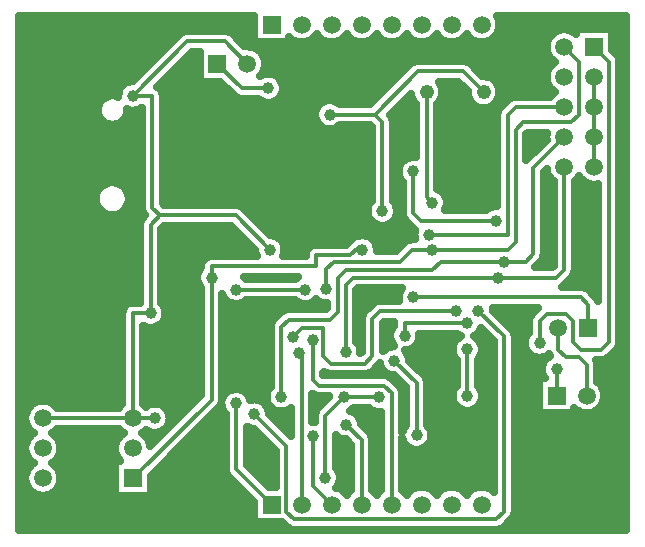
<source format=gbr>
G04 DipTrace 3.2.0.1*
G04 Bottom.gbr*
%MOIN*%
G04 #@! TF.FileFunction,Copper,L2,Bot*
G04 #@! TF.Part,Single*
G04 #@! TA.AperFunction,Conductor*
%ADD14C,0.011811*%
G04 #@! TA.AperFunction,CopperBalancing*
%ADD15C,0.025*%
G04 #@! TA.AperFunction,ComponentPad*
%ADD23R,0.059055X0.059055*%
%ADD24C,0.059055*%
%ADD37C,0.048*%
G04 #@! TA.AperFunction,ViaPad*
%ADD38C,0.03937*%
%FSLAX26Y26*%
G04*
G70*
G90*
G75*
G01*
G04 Bottom*
%LPD*%
X1468701Y1249685D2*
D14*
Y1313638D1*
X1494292Y1339229D1*
X1715709D1*
X1755075Y1378595D1*
X1822788D1*
X2074757D1*
X2100347Y1404185D1*
Y1778276D1*
X2125937Y1803866D1*
X2285866D1*
X2311457Y1829457D1*
Y2005438D1*
X2262244Y2054651D1*
X1812302Y1429717D2*
X2074756D1*
Y1829059D1*
X2100348Y1854651D1*
X2262244D1*
X1318701Y888236D2*
Y1120488D1*
X1344292Y1146079D1*
X1482481D1*
X1508071Y1171669D1*
Y1286075D1*
X1533662Y1311666D1*
X1822784D1*
X1850343Y1339225D1*
X2060977D1*
X2133694D1*
X2159285Y1364816D1*
Y1651692D1*
X2262244Y1754651D1*
X1533662Y1038929D2*
Y1260485D1*
X1559252Y1286075D1*
X2041295D1*
X2236650D1*
X2262244Y1311669D1*
Y1654651D1*
X1206126Y1998407D2*
X1131320Y2073213D1*
X1006453D1*
X824906Y1891666D1*
X2337257Y892273D2*
Y994873D1*
X2311666Y1020465D1*
X2269087D1*
X2243496Y1046056D1*
Y1117249D1*
X824906Y1891666D2*
X889866D1*
Y1519516D1*
X915457Y1493925D1*
X883961Y1462429D1*
Y1167434D1*
X1466099Y618394D2*
Y824926D1*
X1527756Y886583D1*
X2362244Y1954651D2*
Y1854651D1*
X824906Y817302D2*
X524906D1*
X883961Y1167434D2*
X824906D1*
Y817302D1*
X915457Y1493925D2*
X1166905D1*
X1281108Y1379722D1*
X824906Y817302D2*
X898024Y817303D1*
X1527756Y886583D2*
X1644807D1*
X2362244Y1754651D2*
Y1654651D1*
Y1854651D2*
Y1754651D1*
Y2054651D2*
X2411457Y2005438D1*
Y1071883D1*
X2385866Y1046292D1*
X2318299D1*
X2292709Y1071882D1*
Y1140874D1*
X2267118Y1166465D1*
X2206095D1*
X2180504Y1140874D1*
Y1068040D1*
X1481087Y1829457D2*
X1631059D1*
X1775547Y1973945D1*
X1924255D1*
X1993533Y1904667D1*
X1631059Y1829457D2*
X1656650Y1803866D1*
Y1507921D1*
X1803533Y1904667D2*
Y1555330D1*
X1822788Y1536075D1*
X824906Y617302D2*
X1087209Y879605D1*
Y1285878D1*
Y1323478D1*
X1436118D1*
Y1360974D1*
X1549829D1*
X1574827Y1385971D1*
X1589032D1*
Y1378599D1*
X2237257Y892273D2*
X2237256Y981095D1*
X1939252Y1134134D2*
X1731060D1*
Y1092252D1*
X1939252Y891492D2*
Y1046591D1*
X1770370Y761040D2*
Y934520D1*
X1695988Y1008902D1*
X1759366Y1220394D2*
X2317902D1*
X2343496Y1194800D1*
Y1117249D1*
X2035386Y1475445D2*
X1785083D1*
X1759492Y1501036D1*
Y1639898D1*
X1276142Y1917256D2*
X1187277D1*
X1106126Y1998407D1*
X1168701Y1246508D2*
X1400197D1*
X1901670Y1173504D2*
X1648878D1*
X1623285Y1147911D1*
Y1025150D1*
X1597694Y999559D1*
X1483662D1*
X1458071Y1025150D1*
Y1119079D1*
X1390091D1*
X1358071Y1087059D1*
X1379331Y1033910D2*
X1387357Y1025884D1*
Y529811D1*
X1976835Y1175370D2*
X2062162Y1090043D1*
Y506190D1*
X2036571Y480599D1*
X1362161D1*
X1336571Y506189D1*
Y723788D1*
X1229331Y831028D1*
X1168701Y866524D2*
Y648467D1*
X1287357Y529811D1*
X1426729Y756662D2*
Y590439D1*
X1487357Y529811D1*
X1535457Y796032D2*
X1587357Y744132D1*
Y529811D1*
X1424843Y1079753D2*
Y945402D1*
X1444292Y925953D1*
X1661764D1*
X1687357Y900360D1*
Y529811D1*
D38*
X1468701Y1249685D3*
X1822788Y1378595D3*
X1812302Y1429717D3*
X1318701Y888236D3*
X2060977Y1339225D3*
X1533662Y1038929D3*
X2041295Y1286075D3*
X898024Y817303D3*
X1644807Y886583D3*
X883961Y1167434D3*
X1466099Y618394D3*
X1527756Y886583D3*
X1281108Y1379722D3*
X824906Y1891666D3*
X2180504Y1068040D3*
X1481087Y1829457D3*
X1656650Y1507921D3*
X1822788Y1536075D3*
X1087209Y1285878D3*
X1589032Y1378599D3*
X2237256Y981095D3*
X1731060Y1092252D3*
X1939252Y1134134D3*
Y1046591D3*
Y891492D3*
X1695988Y1008902D3*
X1770370Y761040D3*
X1759366Y1220394D3*
X1759492Y1639898D3*
X2035386Y1475445D3*
X1276142Y1917256D3*
X1400197Y1246508D3*
X1168701D3*
X1358071Y1087059D3*
X1901670Y1173504D3*
X1379331Y1033910D3*
X1229331Y831028D3*
X1976835Y1175370D3*
X1168701Y866524D3*
X1426729Y756662D3*
X1535457Y796032D3*
X1424843Y1079753D3*
X448089Y2132867D2*
D15*
X1226082D1*
X2048559D2*
X2465306D1*
X448089Y2107999D2*
X998899D1*
X1138895D2*
X1226082D1*
X2044504D2*
X2235073D1*
X2289414D2*
X2300957D1*
X2423513D2*
X2465306D1*
X448089Y2083130D2*
X964163D1*
X1173631D2*
X1226082D1*
X1425789D2*
X1448923D1*
X1525799D2*
X1548932D1*
X1625772D2*
X1648941D1*
X1725781D2*
X1748914D1*
X1825790D2*
X1848924D1*
X1925800D2*
X1948933D1*
X2025773D2*
X2208340D1*
X2423513D2*
X2465306D1*
X448089Y2058261D2*
X939295D1*
X1198499D2*
X2201091D1*
X2423513D2*
X2465306D1*
X448089Y2033392D2*
X914428D1*
X1018863D2*
X1044867D1*
X1255842D2*
X2204931D1*
X2435714D2*
X2465306D1*
X448089Y2008524D2*
X889560D1*
X993995D2*
X1044867D1*
X1266535D2*
X1766713D1*
X1933084D2*
X2223303D1*
X2448991D2*
X2465306D1*
X448089Y1983655D2*
X864692D1*
X969127D2*
X1044867D1*
X1265531D2*
X1733054D1*
X1966743D2*
X2208627D1*
X2449099D2*
X2465306D1*
X448089Y1958786D2*
X839824D1*
X944224D2*
X1044867D1*
X1304537D2*
X1708186D1*
X1991611D2*
X2201127D1*
X2449099D2*
X2465306D1*
X448089Y1933917D2*
X797732D1*
X919356D2*
X1118393D1*
X1324668D2*
X1683318D1*
X1850515D2*
X1912080D1*
X2040521D2*
X2204751D1*
X2449099D2*
X2465306D1*
X448089Y1909049D2*
X776668D1*
X922908D2*
X1143261D1*
X1326893D2*
X1658450D1*
X1859091D2*
X1936947D1*
X2049098D2*
X2222657D1*
X2449099D2*
X2465306D1*
X448089Y1884180D2*
X725139D1*
X927502D2*
X1172866D1*
X1314692D2*
X1633583D1*
X1737982D2*
X1751893D1*
X1855180D2*
X1941900D1*
X2045186D2*
X2078762D1*
X2449099D2*
X2465306D1*
X448089Y1859311D2*
X707053D1*
X927502D2*
X1439808D1*
X1713114D2*
X1765888D1*
X1841185D2*
X1963143D1*
X2023943D2*
X2052782D1*
X2449099D2*
X2465306D1*
X448089Y1834442D2*
X705761D1*
X806572D2*
X852204D1*
X927502D2*
X1429904D1*
X1688246D2*
X1765888D1*
X1841185D2*
X2037531D1*
X2449099D2*
X2465306D1*
X448089Y1809573D2*
X719289D1*
X793008D2*
X852204D1*
X927502D2*
X1433887D1*
X1693844D2*
X1765888D1*
X1841185D2*
X2037100D1*
X2449099D2*
X2465306D1*
X448089Y1784705D2*
X852204D1*
X927502D2*
X1458791D1*
X1503371D2*
X1619014D1*
X1694311D2*
X1765888D1*
X1841185D2*
X2037100D1*
X2449099D2*
X2465306D1*
X448089Y1759836D2*
X852204D1*
X927502D2*
X1619014D1*
X1694311D2*
X1765888D1*
X1841185D2*
X2037100D1*
X2137983D2*
X2201199D1*
X2449099D2*
X2465306D1*
X448089Y1734967D2*
X852204D1*
X927502D2*
X1619014D1*
X1694311D2*
X1765888D1*
X1841185D2*
X2037100D1*
X2137983D2*
X2190362D1*
X2449099D2*
X2465306D1*
X448089Y1710098D2*
X852204D1*
X927502D2*
X1619014D1*
X1694311D2*
X1765888D1*
X1841185D2*
X2037100D1*
X2137983D2*
X2165494D1*
X2449099D2*
X2465306D1*
X448089Y1685230D2*
X852204D1*
X927502D2*
X1619014D1*
X1694311D2*
X1738580D1*
X1841185D2*
X2037100D1*
X2449099D2*
X2465306D1*
X448089Y1660361D2*
X852204D1*
X927502D2*
X1619014D1*
X1694311D2*
X1712528D1*
X1841185D2*
X2037100D1*
X2449099D2*
X2465306D1*
X448089Y1635492D2*
X852204D1*
X927502D2*
X1619014D1*
X1694311D2*
X1708258D1*
X1841185D2*
X2037100D1*
X2449099D2*
X2465306D1*
X448089Y1610623D2*
X852204D1*
X927502D2*
X1619014D1*
X1694311D2*
X1717767D1*
X1841185D2*
X2037100D1*
X2196941D2*
X2220791D1*
X2303696D2*
X2320801D1*
X2449099D2*
X2465306D1*
X448089Y1585755D2*
X712830D1*
X799467D2*
X852204D1*
X927502D2*
X1619014D1*
X1694311D2*
X1721822D1*
X1841185D2*
X2037100D1*
X2196941D2*
X2224595D1*
X2299892D2*
X2373802D1*
X2449099D2*
X2465306D1*
X448089Y1560886D2*
X700091D1*
X812206D2*
X852204D1*
X927502D2*
X1619014D1*
X1694311D2*
X1721822D1*
X1867452D2*
X2037100D1*
X2196941D2*
X2224595D1*
X2299892D2*
X2373802D1*
X2449099D2*
X2465306D1*
X448089Y1536017D2*
X700414D1*
X811883D2*
X852204D1*
X927502D2*
X1614097D1*
X1699227D2*
X1721822D1*
X1874234D2*
X2037100D1*
X2196941D2*
X2224595D1*
X2299892D2*
X2373802D1*
X2449099D2*
X2465306D1*
X448089Y1511148D2*
X714122D1*
X798211D2*
X853209D1*
X1201908D2*
X1605306D1*
X1707983D2*
X1721822D1*
X1867380D2*
X1999422D1*
X2196941D2*
X2224595D1*
X2299892D2*
X2373802D1*
X2449099D2*
X2465306D1*
X448089Y1486280D2*
X855649D1*
X1226776D2*
X1610258D1*
X1703031D2*
X1725087D1*
X2196941D2*
X2224595D1*
X2299892D2*
X2373802D1*
X2449099D2*
X2465306D1*
X448089Y1461411D2*
X846319D1*
X1251643D2*
X1638929D1*
X1674359D2*
X1746905D1*
X2196941D2*
X2224595D1*
X2299892D2*
X2373802D1*
X2449099D2*
X2465306D1*
X448089Y1436542D2*
X846319D1*
X921617D2*
X1172076D1*
X1276511D2*
X1761330D1*
X2196941D2*
X2224595D1*
X2299892D2*
X2373802D1*
X2449099D2*
X2465306D1*
X448089Y1411673D2*
X846319D1*
X921617D2*
X1196944D1*
X1320685D2*
X1548358D1*
X1627602D2*
X1740661D1*
X2196941D2*
X2224595D1*
X2299892D2*
X2373802D1*
X2449099D2*
X2465306D1*
X448089Y1386804D2*
X846319D1*
X921617D2*
X1221812D1*
X1332024D2*
X1409773D1*
X1639767D2*
X1711057D1*
X2196941D2*
X2224595D1*
X2299892D2*
X2373802D1*
X2449099D2*
X2465306D1*
X448089Y1361936D2*
X846319D1*
X921617D2*
X1233007D1*
X1329189D2*
X1398469D1*
X2196833D2*
X2224595D1*
X2299892D2*
X2373802D1*
X2449099D2*
X2465306D1*
X448089Y1337067D2*
X846319D1*
X921617D2*
X1052295D1*
X2183735D2*
X2224595D1*
X2299892D2*
X2373802D1*
X2449099D2*
X2465306D1*
X448089Y1312198D2*
X846319D1*
X921617D2*
X1043467D1*
X2299892D2*
X2373802D1*
X2449099D2*
X2465306D1*
X448089Y1287329D2*
X846319D1*
X921617D2*
X1035788D1*
X1198176D2*
X1370731D1*
X2290096D2*
X2373802D1*
X2449099D2*
X2465306D1*
X448089Y1262461D2*
X846319D1*
X921617D2*
X1041745D1*
X2265264D2*
X2373802D1*
X2449099D2*
X2465306D1*
X448089Y1237592D2*
X846319D1*
X921617D2*
X1049567D1*
X1571300D2*
X1711057D1*
X2352929D2*
X2373802D1*
X2449099D2*
X2465306D1*
X448089Y1212723D2*
X846319D1*
X921617D2*
X1049567D1*
X1571300D2*
X1708545D1*
X2449099D2*
X2465306D1*
X448089Y1187854D2*
X793785D1*
X930946D2*
X1049567D1*
X1124865D2*
X1470417D1*
X1571300D2*
X1611011D1*
X2449099D2*
X2465306D1*
X448089Y1162986D2*
X787254D1*
X935181D2*
X1049567D1*
X1124865D2*
X1308974D1*
X1571300D2*
X1589014D1*
X2041418D2*
X2150674D1*
X2449099D2*
X2465306D1*
X448089Y1138117D2*
X787254D1*
X925636D2*
X1049567D1*
X1124865D2*
X1285793D1*
X1571300D2*
X1585641D1*
X1665711D2*
X1693617D1*
X2066286D2*
X2142851D1*
X2449099D2*
X2465306D1*
X448089Y1113248D2*
X787254D1*
X862551D2*
X1049567D1*
X1124865D2*
X1281056D1*
X1571300D2*
X1585641D1*
X1660938D2*
X1684359D1*
X2091082D2*
X2142851D1*
X2449099D2*
X2465306D1*
X448089Y1088379D2*
X787254D1*
X862551D2*
X1049567D1*
X1124865D2*
X1281056D1*
X1571300D2*
X1585641D1*
X1660938D2*
X1679766D1*
X1782335D2*
X1911290D1*
X1967210D2*
X2011622D1*
X2099802D2*
X2133485D1*
X2449099D2*
X2465306D1*
X448089Y1063510D2*
X787254D1*
X862551D2*
X1049567D1*
X1124865D2*
X1281056D1*
X1660938D2*
X1688952D1*
X1773148D2*
X1890836D1*
X1987664D2*
X2024505D1*
X2099802D2*
X2129287D1*
X2448094D2*
X2465306D1*
X448089Y1038642D2*
X787254D1*
X862551D2*
X1049567D1*
X1124865D2*
X1281056D1*
X1737336D2*
X1888468D1*
X1990032D2*
X2024505D1*
X2099802D2*
X2138904D1*
X2430439D2*
X2465306D1*
X448089Y1013773D2*
X787254D1*
X862551D2*
X1049567D1*
X1124865D2*
X1281056D1*
X1747168D2*
X1900453D1*
X1978047D2*
X2024505D1*
X2099802D2*
X2198328D1*
X2401732D2*
X2465306D1*
X448089Y988904D2*
X787254D1*
X862551D2*
X1049567D1*
X1124865D2*
X1281056D1*
X1639264D2*
X1648833D1*
X1768196D2*
X1901602D1*
X1976899D2*
X2024505D1*
X2099802D2*
X2186450D1*
X2374926D2*
X2465306D1*
X448089Y964035D2*
X787254D1*
X862551D2*
X1049567D1*
X1124865D2*
X1281056D1*
X1462499D2*
X1673952D1*
X1793064D2*
X1901602D1*
X1976899D2*
X2024505D1*
X2099802D2*
X2188890D1*
X2374926D2*
X2465306D1*
X448089Y939167D2*
X787254D1*
X862551D2*
X1049567D1*
X1124865D2*
X1281056D1*
X1700770D2*
X1713497D1*
X1807705D2*
X1901602D1*
X1976899D2*
X2024505D1*
X2099802D2*
X2175972D1*
X2375177D2*
X2465306D1*
X448089Y914298D2*
X787254D1*
X862551D2*
X1049567D1*
X1124865D2*
X1155605D1*
X1181777D2*
X1274777D1*
X1722121D2*
X1732731D1*
X1808028D2*
X1893456D1*
X1985044D2*
X2024505D1*
X2099802D2*
X2175972D1*
X2394268D2*
X2465306D1*
X448089Y889429D2*
X787254D1*
X862551D2*
X1044831D1*
X1214431D2*
X1267277D1*
X1425000D2*
X1476410D1*
X1725028D2*
X1732729D1*
X1808028D2*
X1887858D1*
X1990642D2*
X2024505D1*
X2099802D2*
X2175972D1*
X2398466D2*
X2465306D1*
X448089Y864560D2*
X487478D1*
X562344D2*
X787254D1*
X862551D2*
X882814D1*
X913220D2*
X1019963D1*
X1425000D2*
X1453516D1*
X1725028D2*
X1732729D1*
X1808028D2*
X1895896D1*
X1982604D2*
X2024505D1*
X2099802D2*
X2175972D1*
X2391576D2*
X2465306D1*
X448089Y839692D2*
X468064D1*
X944044D2*
X995095D1*
X1099494D2*
X1125283D1*
X1279992D2*
X1310051D1*
X1327369D2*
X1349703D1*
X1560068D2*
X1628308D1*
X1725028D2*
X1732729D1*
X1808028D2*
X2024505D1*
X2099802D2*
X2175972D1*
X2298529D2*
X2308492D1*
X2366027D2*
X2465306D1*
X448089Y814823D2*
X463686D1*
X949391D2*
X970228D1*
X1074627D2*
X1131060D1*
X1297755D2*
X1349703D1*
X1583142D2*
X1649695D1*
X1725028D2*
X1732729D1*
X1808028D2*
X2024505D1*
X2099802D2*
X2465306D1*
X448089Y789954D2*
X470397D1*
X1049759D2*
X1131060D1*
X1322622D2*
X1349703D1*
X1593763D2*
X1649695D1*
X1812334D2*
X2024505D1*
X2099802D2*
X2465306D1*
X448089Y765085D2*
X488195D1*
X561626D2*
X788187D1*
X861618D2*
X920492D1*
X1024891D2*
X1131060D1*
X1206358D2*
X1243055D1*
X1618093D2*
X1649695D1*
X1821628D2*
X2024505D1*
X2099802D2*
X2465306D1*
X448089Y740217D2*
X468280D1*
X581542D2*
X768271D1*
X881534D2*
X895588D1*
X1000023D2*
X1131060D1*
X1206358D2*
X1267923D1*
X1503766D2*
X1539064D1*
X1625018D2*
X1649695D1*
X1817142D2*
X2024505D1*
X2099802D2*
X2465306D1*
X448089Y715348D2*
X463650D1*
X586135D2*
X763678D1*
X975156D2*
X1131060D1*
X1206358D2*
X1292790D1*
X1503766D2*
X1549721D1*
X1625018D2*
X1649695D1*
X1725028D2*
X1750350D1*
X1790373D2*
X2024505D1*
X2099802D2*
X2465306D1*
X448089Y690479D2*
X470110D1*
X579712D2*
X770101D1*
X950288D2*
X1131060D1*
X1206358D2*
X1298927D1*
X1503766D2*
X1549721D1*
X1625018D2*
X1649695D1*
X1725028D2*
X2024505D1*
X2099802D2*
X2465306D1*
X448089Y665610D2*
X488913D1*
X560873D2*
X763642D1*
X925420D2*
X1131060D1*
X1206358D2*
X1298927D1*
X1503766D2*
X1549721D1*
X1625018D2*
X1649695D1*
X1725028D2*
X2024505D1*
X2099802D2*
X2465306D1*
X448089Y640741D2*
X468495D1*
X581291D2*
X763642D1*
X900553D2*
X1131922D1*
X1228642D2*
X1298927D1*
X1512127D2*
X1549721D1*
X1625018D2*
X1649695D1*
X1725028D2*
X2024505D1*
X2099802D2*
X2465306D1*
X448089Y615873D2*
X463650D1*
X586171D2*
X763642D1*
X886199D2*
X1149074D1*
X1253509D2*
X1298927D1*
X1517473D2*
X1549721D1*
X1625018D2*
X1649695D1*
X1725028D2*
X2024505D1*
X2099802D2*
X2465306D1*
X448089Y591004D2*
X469858D1*
X579963D2*
X763642D1*
X886199D2*
X1173942D1*
X1278377D2*
X1298927D1*
X1509148D2*
X1549721D1*
X1625018D2*
X1649695D1*
X1725028D2*
X2024505D1*
X2099802D2*
X2465306D1*
X448089Y566135D2*
X493470D1*
X556316D2*
X763642D1*
X886199D2*
X1198810D1*
X2099802D2*
X2465306D1*
X448089Y541266D2*
X1223678D1*
X2099802D2*
X2465306D1*
X448089Y516398D2*
X1226082D1*
X2099802D2*
X2465306D1*
X448089Y491529D2*
X1226082D1*
X2096608D2*
X2465306D1*
X448089Y466660D2*
X1323902D1*
X2074863D2*
X2465306D1*
X804934Y1840581D2*
X803733Y1832997D1*
X801360Y1825694D1*
X797875Y1818852D1*
X793361Y1812640D1*
X787932Y1807211D1*
X781720Y1802698D1*
X774878Y1799212D1*
X767575Y1796839D1*
X759991Y1795638D1*
X752313D1*
X744729Y1796839D1*
X737426Y1799212D1*
X730585Y1802698D1*
X724373Y1807211D1*
X718943Y1812640D1*
X714430Y1818852D1*
X710944Y1825694D1*
X708571Y1832997D1*
X707370Y1840581D1*
Y1848259D1*
X708571Y1855843D1*
X710944Y1863146D1*
X714430Y1869987D1*
X718943Y1876199D1*
X724373Y1881629D1*
X730585Y1886142D1*
X737426Y1889628D1*
X744729Y1892001D1*
X752313Y1893202D1*
X759991D1*
X767575Y1892001D1*
X774878Y1889628D1*
X776037Y1889094D1*
X776124Y1895505D1*
X777325Y1903089D1*
X779698Y1910392D1*
X783183Y1917233D1*
X787697Y1923445D1*
X793126Y1928875D1*
X799338Y1933388D1*
X806180Y1936874D1*
X813483Y1939247D1*
X821067Y1940448D1*
X824081Y1940566D1*
X983622Y2099944D1*
X988085Y2103186D1*
X993000Y2105690D1*
X998246Y2107395D1*
X1003695Y2108258D1*
X1061571Y2108366D1*
X1134078Y2108258D1*
X1139526Y2107395D1*
X1144773Y2105690D1*
X1149688Y2103186D1*
X1154150Y2099944D1*
X1195152Y2059096D1*
X1197664Y2056584D1*
X1206126Y2057182D1*
X1215321Y2056459D1*
X1224289Y2054306D1*
X1232810Y2050776D1*
X1240673Y2045957D1*
X1247687Y2039967D1*
X1253676Y2032954D1*
X1258495Y2025090D1*
X1262025Y2016569D1*
X1264178Y2007601D1*
X1264902Y1998407D1*
X1264178Y1989212D1*
X1262025Y1980244D1*
X1258495Y1971723D1*
X1253676Y1963859D1*
X1248262Y1957468D1*
X1253927Y1960856D1*
X1261021Y1963794D1*
X1268487Y1965586D1*
X1276142Y1966189D1*
X1283797Y1965586D1*
X1291263Y1963794D1*
X1298357Y1960856D1*
X1304904Y1956844D1*
X1310743Y1951857D1*
X1315729Y1946018D1*
X1319741Y1939471D1*
X1322680Y1932377D1*
X1324472Y1924911D1*
X1325075Y1917256D1*
X1324472Y1909601D1*
X1322680Y1902135D1*
X1319741Y1895041D1*
X1315729Y1888494D1*
X1310743Y1882655D1*
X1304904Y1877668D1*
X1298357Y1873656D1*
X1291263Y1870718D1*
X1283797Y1868925D1*
X1276142Y1868323D1*
X1268487Y1868925D1*
X1261021Y1870718D1*
X1253927Y1873656D1*
X1247380Y1877668D1*
X1242147Y1882095D1*
X1184519Y1882211D1*
X1179071Y1883074D1*
X1173824Y1884778D1*
X1168909Y1887282D1*
X1164447Y1890525D1*
X1123445Y1931373D1*
X1115199Y1939619D1*
X1047350Y1939631D1*
Y2038061D1*
X1021048Y2038059D1*
X905887Y1922932D1*
X910529Y1920106D1*
X914723Y1916523D1*
X918306Y1912329D1*
X921188Y1907625D1*
X923299Y1902529D1*
X924587Y1897165D1*
X925019Y1891666D1*
Y1534080D1*
X930024Y1529073D1*
X1169663Y1528970D1*
X1175111Y1528107D1*
X1180357Y1526402D1*
X1185272Y1523898D1*
X1189735Y1520656D1*
X1230736Y1479808D1*
X1281916Y1428628D1*
X1288762Y1428052D1*
X1296229Y1426260D1*
X1303323Y1423321D1*
X1309870Y1419309D1*
X1315709Y1414323D1*
X1320695Y1408484D1*
X1324707Y1401937D1*
X1327646Y1394843D1*
X1329438Y1387377D1*
X1330041Y1379722D1*
X1329438Y1372067D1*
X1327646Y1364601D1*
X1325229Y1358638D1*
X1400944Y1358631D1*
X1401397Y1366473D1*
X1402684Y1371837D1*
X1404795Y1376933D1*
X1407678Y1381637D1*
X1411260Y1385831D1*
X1415455Y1389414D1*
X1420158Y1392296D1*
X1425254Y1394407D1*
X1430618Y1395695D1*
X1436118Y1396127D1*
X1535266D1*
X1551996Y1412702D1*
X1556459Y1415945D1*
X1563464Y1420321D1*
X1570306Y1423807D1*
X1577609Y1426180D1*
X1585193Y1427381D1*
X1592871D1*
X1600455Y1426180D1*
X1607758Y1423807D1*
X1614599Y1420321D1*
X1620811Y1415808D1*
X1626241Y1410378D1*
X1630754Y1404166D1*
X1634240Y1397325D1*
X1636613Y1390022D1*
X1637814Y1382438D1*
X1637770Y1374387D1*
X1701164Y1374382D1*
X1732244Y1405326D1*
X1736707Y1408568D1*
X1741622Y1411073D1*
X1746868Y1412777D1*
X1752317Y1413640D1*
X1766019Y1413748D1*
X1763971Y1422062D1*
X1763369Y1429717D1*
X1763971Y1437371D1*
X1765764Y1444838D1*
X1766133Y1445837D1*
X1762252Y1448714D1*
X1734634Y1476179D1*
X1731052Y1480373D1*
X1728170Y1485076D1*
X1726059Y1490173D1*
X1724771Y1495537D1*
X1724338Y1501036D1*
Y1605854D1*
X1719904Y1611136D1*
X1715892Y1617683D1*
X1712954Y1624777D1*
X1711161Y1632243D1*
X1710559Y1639898D1*
X1711161Y1647553D1*
X1712954Y1655019D1*
X1715892Y1662113D1*
X1719904Y1668660D1*
X1724891Y1674499D1*
X1730730Y1679486D1*
X1737277Y1683498D1*
X1744371Y1686436D1*
X1751837Y1688228D1*
X1759492Y1688831D1*
X1767147Y1688228D1*
X1768368Y1687985D1*
X1768379Y1864687D1*
X1763043Y1870085D1*
X1758131Y1876845D1*
X1754338Y1884290D1*
X1751756Y1892236D1*
X1750593Y1899272D1*
X1680766Y1829449D1*
X1685090Y1824529D1*
X1687972Y1819825D1*
X1690083Y1814729D1*
X1691371Y1809365D1*
X1691803Y1803855D1*
Y1541947D1*
X1696237Y1536683D1*
X1700249Y1530136D1*
X1703188Y1523042D1*
X1704980Y1515576D1*
X1705583Y1507921D1*
X1704980Y1500266D1*
X1703188Y1492800D1*
X1700249Y1485706D1*
X1696237Y1479159D1*
X1691251Y1473320D1*
X1685412Y1468333D1*
X1678865Y1464321D1*
X1671771Y1461383D1*
X1664305Y1459590D1*
X1656650Y1458988D1*
X1648995Y1459590D1*
X1641529Y1461383D1*
X1634435Y1464321D1*
X1627888Y1468333D1*
X1622049Y1473320D1*
X1617062Y1479159D1*
X1613050Y1485706D1*
X1610112Y1492800D1*
X1608319Y1500266D1*
X1607717Y1507921D1*
X1608319Y1515576D1*
X1610112Y1523042D1*
X1613050Y1530136D1*
X1617062Y1536683D1*
X1621489Y1541916D1*
X1621496Y1789289D1*
X1616492Y1794309D1*
X1515117Y1794303D1*
X1509849Y1789869D1*
X1503302Y1785857D1*
X1496208Y1782919D1*
X1488742Y1781126D1*
X1481087Y1780524D1*
X1473432Y1781126D1*
X1465966Y1782919D1*
X1458872Y1785857D1*
X1452325Y1789869D1*
X1446486Y1794856D1*
X1441499Y1800695D1*
X1437487Y1807242D1*
X1434549Y1814336D1*
X1432756Y1821802D1*
X1432154Y1829457D1*
X1432756Y1837112D1*
X1434549Y1844578D1*
X1437487Y1851672D1*
X1441499Y1858219D1*
X1446486Y1864058D1*
X1452325Y1869045D1*
X1458872Y1873057D1*
X1465966Y1875995D1*
X1473432Y1877787D1*
X1481087Y1878390D1*
X1488742Y1877787D1*
X1496208Y1875995D1*
X1503302Y1873057D1*
X1509849Y1869045D1*
X1515082Y1864618D1*
X1616478Y1864610D1*
X1752716Y2000676D1*
X1757179Y2003918D1*
X1762094Y2006423D1*
X1767340Y2008127D1*
X1772789Y2008990D1*
X1830665Y2009099D1*
X1927013Y2008990D1*
X1932461Y2008127D1*
X1937707Y2006423D1*
X1942622Y2003918D1*
X1947085Y2000676D1*
X1988086Y1959828D1*
X1990091Y1957823D1*
X1997711Y1957751D1*
X2005963Y1956443D1*
X2013910Y1953861D1*
X2021355Y1950068D1*
X2028115Y1945157D1*
X2034023Y1939248D1*
X2038934Y1932489D1*
X2042728Y1925044D1*
X2045310Y1917097D1*
X2046617Y1908844D1*
Y1900489D1*
X2045310Y1892236D1*
X2042728Y1884290D1*
X2038934Y1876845D1*
X2034023Y1870085D1*
X2028115Y1864177D1*
X2021355Y1859265D1*
X2013910Y1855472D1*
X2005963Y1852890D1*
X1997711Y1851583D1*
X1989355D1*
X1981102Y1852890D1*
X1973156Y1855472D1*
X1965711Y1859265D1*
X1958951Y1864177D1*
X1953043Y1870085D1*
X1948131Y1876845D1*
X1944338Y1884290D1*
X1941756Y1892236D1*
X1940449Y1900489D1*
X1940419Y1908077D1*
X1909681Y1938804D1*
X1844412Y1938791D1*
X1848934Y1932489D1*
X1852728Y1925044D1*
X1855310Y1917097D1*
X1856617Y1908844D1*
Y1900489D1*
X1855310Y1892236D1*
X1852728Y1884290D1*
X1848934Y1876845D1*
X1844023Y1870085D1*
X1838678Y1864698D1*
X1838686Y1582319D1*
X1845003Y1579675D1*
X1851550Y1575663D1*
X1857389Y1570676D1*
X1862375Y1564837D1*
X1866387Y1558290D1*
X1869326Y1551196D1*
X1871118Y1543730D1*
X1871721Y1536075D1*
X1871118Y1528420D1*
X1869326Y1520954D1*
X1866387Y1513860D1*
X1864561Y1510599D1*
X2001357Y1510598D1*
X2006624Y1515033D1*
X2013171Y1519045D1*
X2020265Y1521983D1*
X2027731Y1523775D1*
X2035386Y1524378D1*
X2039598Y1524183D1*
X2039711Y1831817D1*
X2040574Y1837265D1*
X2042278Y1842512D1*
X2044782Y1847427D1*
X2048025Y1851889D1*
X2075491Y1879508D1*
X2079685Y1883091D1*
X2084388Y1885973D1*
X2089485Y1888084D1*
X2094849Y1889372D1*
X2100348Y1889804D1*
X2215141D1*
X2220683Y1896212D1*
X2227697Y1902201D1*
X2231369Y1904655D1*
X2224072Y1909958D1*
X2217551Y1916479D1*
X2212130Y1923941D1*
X2207943Y1932158D1*
X2205092Y1940930D1*
X2203650Y1950039D1*
Y1959262D1*
X2205092Y1968372D1*
X2207943Y1977143D1*
X2212130Y1985361D1*
X2217551Y1992823D1*
X2224072Y1999344D1*
X2231369Y2004655D1*
X2224072Y2009958D1*
X2217551Y2016479D1*
X2212130Y2023941D1*
X2207943Y2032158D1*
X2205092Y2040930D1*
X2203650Y2050039D1*
Y2059262D1*
X2205092Y2068372D1*
X2207943Y2077143D1*
X2212130Y2085361D1*
X2217551Y2092823D1*
X2224072Y2099344D1*
X2231534Y2104765D1*
X2239752Y2108952D1*
X2248523Y2111803D1*
X2257633Y2113245D1*
X2266856D1*
X2275965Y2111803D1*
X2284737Y2108952D1*
X2292954Y2104765D1*
X2300416Y2099344D1*
X2303474Y2096517D1*
X2303469Y2113426D1*
X2421020D1*
Y2045569D1*
X2438188Y2028269D1*
X2441430Y2023806D1*
X2443934Y2018891D1*
X2445639Y2013645D1*
X2446502Y2008196D1*
X2446610Y1950320D1*
X2446502Y1069125D1*
X2445639Y1063676D1*
X2443934Y1058430D1*
X2441430Y1053515D1*
X2438188Y1049052D1*
X2410723Y1021434D1*
X2406529Y1017852D1*
X2401825Y1014970D1*
X2396729Y1012859D1*
X2391365Y1011571D1*
X2385866Y1011138D1*
X2368390D1*
X2370690Y1005736D1*
X2371978Y1000373D1*
X2372410Y994863D1*
X2372411Y939361D1*
X2378818Y933834D1*
X2384808Y926820D1*
X2389627Y918957D1*
X2393156Y910436D1*
X2395309Y901467D1*
X2396033Y892273D1*
X2395309Y883078D1*
X2393156Y874110D1*
X2389627Y865589D1*
X2384808Y857726D1*
X2378818Y850712D1*
X2371805Y844723D1*
X2363941Y839904D1*
X2355420Y836374D1*
X2346452Y834221D1*
X2337257Y833497D1*
X2328063Y834221D1*
X2319095Y836374D1*
X2310574Y839904D1*
X2302710Y844723D1*
X2296028Y850406D1*
X2296033Y833497D1*
X2178482D1*
Y951049D1*
X2198613D1*
X2195533Y955527D1*
X2192048Y962369D1*
X2189675Y969672D1*
X2188474Y977256D1*
Y984934D1*
X2189675Y992518D1*
X2192048Y999821D1*
X2195533Y1006662D1*
X2200047Y1012874D1*
X2205476Y1018304D1*
X2211688Y1022817D1*
X2215436Y1024877D1*
X2212169Y1030106D1*
X2206071Y1026318D1*
X2199230Y1022832D1*
X2191927Y1020459D1*
X2184343Y1019258D1*
X2176665D1*
X2169081Y1020459D1*
X2161778Y1022832D1*
X2154936Y1026318D1*
X2148724Y1030831D1*
X2143295Y1036260D1*
X2138781Y1042472D1*
X2135296Y1049314D1*
X2132923Y1056617D1*
X2131722Y1064201D1*
Y1071879D1*
X2132923Y1079463D1*
X2135296Y1086766D1*
X2138781Y1093607D1*
X2143295Y1099819D1*
X2145343Y1102035D1*
X2145459Y1143632D1*
X2146321Y1149080D1*
X2148026Y1154327D1*
X2150530Y1159242D1*
X2153773Y1163704D1*
X2175157Y1185242D1*
X2024764Y1185240D1*
X2025617Y1179209D1*
X2025735Y1176195D1*
X2088893Y1112873D1*
X2092135Y1108411D1*
X2094640Y1103496D1*
X2096344Y1098249D1*
X2097207Y1092801D1*
X2097315Y1034925D1*
X2097207Y503432D1*
X2096344Y497983D1*
X2094640Y492737D1*
X2092135Y487822D1*
X2088893Y483359D1*
X2061428Y455741D1*
X2057234Y452159D1*
X2052530Y449277D1*
X2047434Y447166D1*
X2042070Y445878D1*
X2036571Y445445D1*
X1359403Y445554D1*
X1353954Y446416D1*
X1348708Y448121D1*
X1343793Y450625D1*
X1339330Y453868D1*
X1322003Y471042D1*
X1228581Y471035D1*
Y538892D1*
X1141970Y625637D1*
X1138727Y630100D1*
X1136223Y635015D1*
X1134519Y640261D1*
X1133656Y645709D1*
X1133547Y703585D1*
Y832517D1*
X1129113Y837762D1*
X1125101Y844309D1*
X1122163Y851403D1*
X1120370Y858869D1*
X1119774Y866359D1*
X1117182Y861237D1*
X1113940Y856775D1*
X1073092Y815773D1*
X883675Y626357D1*
X883681Y558526D1*
X766130D1*
Y676077D1*
X783031D1*
X777355Y682754D1*
X772536Y690618D1*
X769007Y699139D1*
X766854Y708107D1*
X766130Y717302D1*
X766854Y726496D1*
X769007Y735464D1*
X772536Y743985D1*
X777355Y751849D1*
X783345Y758862D1*
X790358Y764852D1*
X794030Y767306D1*
X786734Y772609D1*
X780212Y779130D1*
X777835Y782146D1*
X572030Y782148D1*
X566466Y775741D1*
X559453Y769751D1*
X555781Y767298D1*
X563077Y761995D1*
X569599Y755474D1*
X575020Y748012D1*
X579207Y739794D1*
X582057Y731023D1*
X583500Y721913D1*
Y712690D1*
X582057Y703581D1*
X579207Y694809D1*
X575020Y686592D1*
X569599Y679130D1*
X563077Y672609D1*
X555781Y667298D1*
X563077Y661995D1*
X569599Y655474D1*
X575020Y648012D1*
X579207Y639794D1*
X582057Y631023D1*
X583500Y621913D1*
Y612690D1*
X582057Y603581D1*
X579207Y594809D1*
X575020Y586592D1*
X569599Y579130D1*
X563077Y572609D1*
X555616Y567187D1*
X547398Y563000D1*
X538626Y560150D1*
X529517Y558707D1*
X520294D1*
X511185Y560150D1*
X502413Y563000D1*
X494195Y567187D1*
X486734Y572609D1*
X480212Y579130D1*
X474791Y586592D1*
X470604Y594809D1*
X467754Y603581D1*
X466311Y612690D1*
Y621913D1*
X467754Y631023D1*
X470604Y639794D1*
X474791Y648012D1*
X480212Y655474D1*
X486734Y661995D1*
X494030Y667306D1*
X486734Y672609D1*
X480212Y679130D1*
X474791Y686592D1*
X470604Y694809D1*
X467754Y703581D1*
X466311Y712690D1*
Y721913D1*
X467754Y731023D1*
X470604Y739794D1*
X474791Y748012D1*
X480212Y755474D1*
X486734Y761995D1*
X494030Y767306D1*
X486734Y772609D1*
X480212Y779130D1*
X474791Y786592D1*
X470604Y794809D1*
X467754Y803581D1*
X466311Y812690D1*
Y821913D1*
X467754Y831023D1*
X470604Y839794D1*
X474791Y848012D1*
X480212Y855474D1*
X486734Y861995D1*
X494195Y867416D1*
X502413Y871603D1*
X511185Y874453D1*
X520294Y875896D1*
X529517D1*
X538626Y874453D1*
X547398Y871603D1*
X555616Y867416D1*
X563077Y861995D1*
X569599Y855474D1*
X571976Y852458D1*
X777781Y852456D1*
X783345Y858862D1*
X789749Y864372D1*
X789860Y1170192D1*
X790723Y1175641D1*
X792428Y1180887D1*
X794932Y1185802D1*
X798174Y1190265D1*
X802075Y1194165D1*
X806538Y1197408D1*
X811453Y1199912D1*
X816699Y1201617D1*
X822147Y1202479D1*
X848840Y1202588D1*
X848916Y1465187D1*
X849778Y1470635D1*
X851483Y1475882D1*
X853987Y1480797D1*
X857230Y1485259D1*
X865726Y1493909D1*
X861426Y1498853D1*
X858544Y1503556D1*
X856433Y1508653D1*
X855145Y1514017D1*
X854713Y1519527D1*
X854712Y1852844D1*
X850473Y1849944D1*
X843632Y1846458D1*
X836329Y1844085D1*
X828745Y1842884D1*
X821067D1*
X813483Y1844085D1*
X806180Y1846458D1*
X805021Y1846992D1*
X804934Y1840581D1*
X810822Y1544842D2*
X809476Y1536343D1*
X806816Y1528159D1*
X802910Y1520491D1*
X797852Y1513530D1*
X791767Y1507445D1*
X784805Y1502387D1*
X777138Y1498480D1*
X768954Y1495821D1*
X760455Y1494475D1*
X751850D1*
X743350Y1495821D1*
X735166Y1498480D1*
X727499Y1502387D1*
X720537Y1507445D1*
X714453Y1513530D1*
X709395Y1520491D1*
X705488Y1528159D1*
X702829Y1536343D1*
X701483Y1544842D1*
Y1553447D1*
X702829Y1561946D1*
X705488Y1570130D1*
X709395Y1577797D1*
X714453Y1584759D1*
X720537Y1590844D1*
X727499Y1595902D1*
X735166Y1599809D1*
X743350Y1602468D1*
X751850Y1603814D1*
X760455D1*
X768954Y1602468D1*
X777138Y1599809D1*
X784805Y1595902D1*
X791767Y1590844D1*
X797852Y1584759D1*
X802910Y1577797D1*
X806816Y1570130D1*
X809476Y1561946D1*
X810822Y1553447D1*
Y1544842D1*
X1278281Y588587D2*
X1301390D1*
X1301417Y709257D1*
X1228563Y782081D1*
X1221676Y782697D1*
X1214210Y784490D1*
X1207116Y787428D1*
X1203855Y789254D1*
X1203854Y663025D1*
X1278282Y588601D1*
X1503108Y586390D2*
X1509849Y584113D1*
X1518067Y579925D1*
X1525529Y574504D1*
X1532050Y567983D1*
X1537361Y560686D1*
X1542664Y567983D1*
X1549185Y574504D1*
X1552201Y576882D1*
X1552203Y729578D1*
X1534664Y747110D1*
X1527802Y747701D1*
X1520336Y749494D1*
X1513242Y752432D1*
X1506695Y756444D1*
X1501242Y761074D1*
X1501252Y652431D1*
X1505686Y647156D1*
X1509698Y640609D1*
X1512637Y633515D1*
X1514429Y626049D1*
X1515032Y618394D1*
X1514429Y610739D1*
X1512637Y603273D1*
X1509698Y596179D1*
X1505686Y589632D1*
X1503135Y586427D1*
X1622513Y576882D2*
X1628918Y571372D1*
X1634907Y564358D1*
X1637361Y560686D1*
X1642664Y567983D1*
X1649185Y574504D1*
X1652201Y576882D1*
X1652203Y838236D1*
X1644807Y837650D1*
X1637152Y838252D1*
X1629686Y840045D1*
X1622592Y842983D1*
X1616045Y846995D1*
X1610812Y851422D1*
X1561807Y851429D1*
X1556518Y846995D1*
X1549685Y842851D1*
X1557672Y839632D1*
X1564219Y835620D1*
X1570058Y830633D1*
X1575044Y824794D1*
X1579056Y818247D1*
X1581995Y811153D1*
X1583787Y803687D1*
X1584357Y796857D1*
X1614088Y766962D1*
X1617330Y762499D1*
X1619835Y757584D1*
X1621539Y752338D1*
X1622402Y746890D1*
X1622511Y689014D1*
Y576947D1*
X1722513Y576882D2*
X1728918Y571372D1*
X1734907Y564358D1*
X1737361Y560686D1*
X1742664Y567983D1*
X1749185Y574504D1*
X1756647Y579925D1*
X1764865Y584113D1*
X1773636Y586963D1*
X1782745Y588405D1*
X1791968D1*
X1801078Y586963D1*
X1809849Y584113D1*
X1818067Y579925D1*
X1825529Y574504D1*
X1832050Y567983D1*
X1837361Y560686D1*
X1842664Y567983D1*
X1849185Y574504D1*
X1856647Y579925D1*
X1864865Y584113D1*
X1873636Y586963D1*
X1882745Y588405D1*
X1891968D1*
X1901078Y586963D1*
X1909849Y584113D1*
X1918067Y579925D1*
X1925529Y574504D1*
X1932050Y567983D1*
X1937361Y560686D1*
X1942664Y567983D1*
X1949185Y574504D1*
X1956647Y579925D1*
X1964865Y584113D1*
X1973636Y586963D1*
X1982745Y588405D1*
X1991968D1*
X2001078Y586963D1*
X2009849Y584113D1*
X2018067Y579925D1*
X2025529Y574504D1*
X2026998Y573146D1*
X2027008Y1075492D1*
X1985212Y1117278D1*
X1982851Y1111919D1*
X1978839Y1105372D1*
X1973853Y1099533D1*
X1968014Y1094546D1*
X1961099Y1090364D1*
X1968014Y1086179D1*
X1973853Y1081192D1*
X1978839Y1075353D1*
X1982851Y1068806D1*
X1985790Y1061712D1*
X1987582Y1054246D1*
X1988185Y1046591D1*
X1987582Y1038936D1*
X1985790Y1031470D1*
X1982851Y1024376D1*
X1978839Y1017829D1*
X1974413Y1012596D1*
X1974405Y925553D1*
X1978839Y920254D1*
X1982851Y913707D1*
X1985790Y906613D1*
X1987582Y899147D1*
X1988185Y891492D1*
X1987582Y883837D1*
X1985790Y876371D1*
X1982851Y869277D1*
X1978839Y862730D1*
X1973853Y856891D1*
X1968014Y851904D1*
X1961467Y847892D1*
X1954373Y844954D1*
X1946907Y843161D1*
X1939252Y842559D1*
X1931597Y843161D1*
X1924131Y844954D1*
X1917037Y847892D1*
X1910490Y851904D1*
X1904651Y856891D1*
X1899664Y862730D1*
X1895652Y869277D1*
X1892714Y876371D1*
X1890921Y883837D1*
X1890319Y891492D1*
X1890921Y899147D1*
X1892714Y906613D1*
X1895652Y913707D1*
X1899664Y920254D1*
X1904091Y925487D1*
X1904098Y1012529D1*
X1899664Y1017829D1*
X1895652Y1024376D1*
X1892714Y1031470D1*
X1890921Y1038936D1*
X1890319Y1046591D1*
X1890921Y1054246D1*
X1892714Y1061712D1*
X1895652Y1068806D1*
X1899664Y1075353D1*
X1904651Y1081192D1*
X1910490Y1086179D1*
X1917405Y1090360D1*
X1910490Y1094546D1*
X1905257Y1098973D1*
X1779531Y1098980D1*
X1779993Y1092252D1*
X1779391Y1084597D1*
X1777598Y1077131D1*
X1774660Y1070037D1*
X1770648Y1063490D1*
X1765661Y1057651D1*
X1759823Y1052664D1*
X1753276Y1048652D1*
X1746182Y1045714D1*
X1738715Y1043921D1*
X1730745Y1043331D1*
X1735575Y1037664D1*
X1739587Y1031117D1*
X1742526Y1024023D1*
X1744318Y1016557D1*
X1744888Y1009727D1*
X1797101Y957350D1*
X1800343Y952888D1*
X1802848Y947973D1*
X1804552Y942726D1*
X1805415Y937278D1*
X1805523Y879402D1*
Y795110D1*
X1809957Y789802D1*
X1813969Y783255D1*
X1816908Y776161D1*
X1818700Y768695D1*
X1819303Y761040D1*
X1818700Y753385D1*
X1816908Y745919D1*
X1813969Y738825D1*
X1809957Y732278D1*
X1804971Y726439D1*
X1799132Y721452D1*
X1792585Y717440D1*
X1785491Y714502D1*
X1778025Y712709D1*
X1770370Y712107D1*
X1762715Y712709D1*
X1755249Y714502D1*
X1748155Y717440D1*
X1741608Y721452D1*
X1735769Y726439D1*
X1730782Y732278D1*
X1726770Y738825D1*
X1723832Y745919D1*
X1722511Y751015D1*
Y576935D1*
X2204101Y1746226D2*
X2203469Y1754651D1*
X2204192Y1763845D1*
X2205185Y1768701D1*
X2140499Y1768712D1*
X2135494Y1763708D1*
X2135500Y1677621D1*
X2204079Y1746200D1*
X2376295Y1597592D2*
X2366856Y1596057D1*
X2357633D1*
X2348523Y1597499D1*
X2339752Y1600349D1*
X2331534Y1604536D1*
X2324072Y1609958D1*
X2317551Y1616479D1*
X2312240Y1623776D1*
X2306937Y1616479D1*
X2300416Y1609958D1*
X2297400Y1607580D1*
X2297289Y1308911D1*
X2296426Y1303463D1*
X2294722Y1298216D1*
X2292217Y1293301D1*
X2288975Y1288839D1*
X2261507Y1261217D1*
X2257313Y1257635D1*
X2255008Y1256096D1*
X2255429Y1255548D1*
X2320660Y1255439D1*
X2326108Y1254576D1*
X2331355Y1252872D1*
X2336270Y1250367D1*
X2340732Y1247125D1*
X2368353Y1219657D1*
X2371936Y1215462D1*
X2374818Y1210759D1*
X2375978Y1208242D1*
X2376303Y1209678D1*
Y1597550D1*
X2227088Y1607580D2*
X2220683Y1613090D1*
X2214694Y1620103D1*
X2209875Y1627967D1*
X2206345Y1636488D1*
X2204192Y1645456D1*
X2204042Y1646727D1*
X2194461Y1637153D1*
X2194330Y1362058D1*
X2193467Y1356609D1*
X2191763Y1351363D1*
X2189258Y1346448D1*
X2186016Y1341985D1*
X2165391Y1321207D1*
X2222115Y1321229D1*
X2227093Y1326233D1*
X2227091Y1607534D1*
X855781Y767306D2*
X863077Y761995D1*
X869599Y755474D1*
X875020Y748012D1*
X879207Y739794D1*
X882057Y731023D1*
X883108Y725225D1*
X1052037Y894148D1*
X1052055Y1251832D1*
X1047621Y1257116D1*
X1043609Y1263663D1*
X1040671Y1270757D1*
X1038878Y1278223D1*
X1038276Y1285878D1*
X1038878Y1293533D1*
X1040671Y1300999D1*
X1043609Y1308093D1*
X1047621Y1314640D1*
X1052048Y1319873D1*
X1052164Y1326236D1*
X1053027Y1331684D1*
X1054731Y1336930D1*
X1057235Y1341845D1*
X1060478Y1346308D1*
X1064378Y1350209D1*
X1068841Y1353451D1*
X1073756Y1355955D1*
X1079002Y1357660D1*
X1084451Y1358523D1*
X1142327Y1358631D1*
X1236953D1*
X1234569Y1364601D1*
X1232777Y1372067D1*
X1232207Y1378897D1*
X1152344Y1458771D1*
X930033D1*
X919127Y1447880D1*
X919114Y1201443D1*
X923548Y1196196D1*
X927560Y1189649D1*
X930499Y1182555D1*
X932291Y1175089D1*
X932894Y1167434D1*
X932291Y1159779D1*
X930499Y1152313D1*
X927560Y1145219D1*
X923548Y1138672D1*
X918562Y1132833D1*
X912723Y1127846D1*
X906176Y1123834D1*
X899082Y1120896D1*
X891616Y1119104D1*
X883961Y1118501D1*
X876306Y1119104D1*
X868840Y1120896D1*
X861746Y1123834D1*
X860056Y1124780D1*
X860059Y864392D1*
X866466Y858862D1*
X868681Y856466D1*
X875809Y860903D1*
X882903Y863841D1*
X890369Y865633D1*
X898024Y866236D1*
X905679Y865633D1*
X913145Y863841D1*
X920239Y860903D1*
X926786Y856891D1*
X932625Y851904D1*
X937611Y846065D1*
X941623Y839518D1*
X944562Y832424D1*
X946354Y824958D1*
X946957Y817303D1*
X946354Y809648D1*
X944562Y802182D1*
X941623Y795088D1*
X937611Y788541D1*
X932625Y782702D1*
X926786Y777715D1*
X920239Y773703D1*
X913145Y770765D1*
X905679Y768972D1*
X898024Y768370D1*
X890369Y768972D1*
X882903Y770765D1*
X875809Y773703D1*
X868731Y778133D1*
X863077Y772609D1*
X855781Y767298D1*
X1346133Y2087763D2*
Y2070867D1*
X1228581D1*
Y2157743D1*
X445574Y2157736D1*
X445571Y444171D1*
X2467812Y444193D1*
X2467815Y2157758D1*
X2038975Y2157736D1*
X2041659Y2152135D1*
X2044509Y2143364D1*
X2045951Y2134255D1*
Y2125032D1*
X2044509Y2115922D1*
X2041659Y2107151D1*
X2037471Y2098933D1*
X2032050Y2091471D1*
X2025529Y2084950D1*
X2018067Y2079529D1*
X2009849Y2075341D1*
X2001078Y2072491D1*
X1991968Y2071049D1*
X1982745D1*
X1973636Y2072491D1*
X1964865Y2075341D1*
X1956647Y2079529D1*
X1949185Y2084950D1*
X1942664Y2091471D1*
X1937353Y2098768D1*
X1932050Y2091471D1*
X1925529Y2084950D1*
X1918067Y2079529D1*
X1909849Y2075341D1*
X1901078Y2072491D1*
X1891968Y2071049D1*
X1882745D1*
X1873636Y2072491D1*
X1864865Y2075341D1*
X1856647Y2079529D1*
X1849185Y2084950D1*
X1842664Y2091471D1*
X1837353Y2098768D1*
X1832050Y2091471D1*
X1825529Y2084950D1*
X1818067Y2079529D1*
X1809849Y2075341D1*
X1801078Y2072491D1*
X1791968Y2071049D1*
X1782745D1*
X1773636Y2072491D1*
X1764865Y2075341D1*
X1756647Y2079529D1*
X1749185Y2084950D1*
X1742664Y2091471D1*
X1737353Y2098768D1*
X1732050Y2091471D1*
X1725529Y2084950D1*
X1718067Y2079529D1*
X1709849Y2075341D1*
X1701078Y2072491D1*
X1691968Y2071049D1*
X1682745D1*
X1673636Y2072491D1*
X1664865Y2075341D1*
X1656647Y2079529D1*
X1649185Y2084950D1*
X1642664Y2091471D1*
X1637353Y2098768D1*
X1632050Y2091471D1*
X1625529Y2084950D1*
X1618067Y2079529D1*
X1609849Y2075341D1*
X1601078Y2072491D1*
X1591968Y2071049D1*
X1582745D1*
X1573636Y2072491D1*
X1564865Y2075341D1*
X1556647Y2079529D1*
X1549185Y2084950D1*
X1542664Y2091471D1*
X1537353Y2098768D1*
X1532050Y2091471D1*
X1525529Y2084950D1*
X1518067Y2079529D1*
X1509849Y2075341D1*
X1501078Y2072491D1*
X1491968Y2071049D1*
X1482745D1*
X1473636Y2072491D1*
X1464865Y2075341D1*
X1456647Y2079529D1*
X1449185Y2084950D1*
X1442664Y2091471D1*
X1437353Y2098768D1*
X1432050Y2091471D1*
X1425529Y2084950D1*
X1418067Y2079529D1*
X1409849Y2075341D1*
X1401078Y2072491D1*
X1391968Y2071049D1*
X1382745D1*
X1373636Y2072491D1*
X1364865Y2075341D1*
X1356647Y2079529D1*
X1349185Y2084950D1*
X1346127Y2087776D1*
X1472913Y1200947D2*
X1464862Y1200903D1*
X1457278Y1202104D1*
X1449975Y1204477D1*
X1443133Y1207963D1*
X1436921Y1212476D1*
X1436095Y1213240D1*
X1431976Y1209299D1*
X1425764Y1204786D1*
X1418923Y1201300D1*
X1411620Y1198927D1*
X1404036Y1197726D1*
X1396358D1*
X1388774Y1198927D1*
X1381471Y1201300D1*
X1374629Y1204786D1*
X1368417Y1209299D1*
X1366202Y1211347D1*
X1202726Y1211354D1*
X1197463Y1206920D1*
X1190916Y1202908D1*
X1183822Y1199970D1*
X1176356Y1198177D1*
X1168701Y1197575D1*
X1161046Y1198177D1*
X1153580Y1199970D1*
X1146486Y1202908D1*
X1139939Y1206920D1*
X1134100Y1211907D1*
X1129113Y1217746D1*
X1125101Y1224293D1*
X1122362Y1230760D1*
Y882217D1*
X1125101Y888739D1*
X1129113Y895286D1*
X1134100Y901125D1*
X1139939Y906112D1*
X1146486Y910124D1*
X1153580Y913062D1*
X1161046Y914854D1*
X1168701Y915457D1*
X1176356Y914854D1*
X1183822Y913062D1*
X1190916Y910124D1*
X1197463Y906112D1*
X1203302Y901125D1*
X1208288Y895286D1*
X1212300Y888739D1*
X1215239Y881645D1*
X1216221Y878164D1*
X1221676Y879358D1*
X1229331Y879961D1*
X1236986Y879358D1*
X1244452Y877566D1*
X1251546Y874628D1*
X1258093Y870616D1*
X1263932Y865629D1*
X1268918Y859790D1*
X1272930Y853243D1*
X1275869Y846149D1*
X1277661Y838683D1*
X1278231Y831853D1*
X1352208Y757866D1*
X1352203Y852589D1*
X1347463Y848648D1*
X1340916Y844636D1*
X1333822Y841698D1*
X1326356Y839905D1*
X1318701Y839303D1*
X1311046Y839905D1*
X1303580Y841698D1*
X1296486Y844636D1*
X1289939Y848648D1*
X1284100Y853635D1*
X1279113Y859474D1*
X1275101Y866021D1*
X1272163Y873115D1*
X1270370Y880581D1*
X1269768Y888236D1*
X1270370Y895891D1*
X1272163Y903357D1*
X1275101Y910451D1*
X1279113Y916998D1*
X1283540Y922231D1*
X1283656Y1123246D1*
X1284519Y1128694D1*
X1286223Y1133941D1*
X1288727Y1138856D1*
X1291970Y1143318D1*
X1319434Y1170936D1*
X1323629Y1174519D1*
X1328332Y1177401D1*
X1333429Y1179512D1*
X1338793Y1180800D1*
X1344292Y1181232D1*
X1467913D1*
X1472924Y1186237D1*
X1472917Y1200914D1*
X1582444Y1035090D2*
X1582400Y1034717D1*
X1588137Y1039717D1*
X1588240Y1150669D1*
X1589102Y1156117D1*
X1590807Y1161364D1*
X1593311Y1166279D1*
X1596554Y1170741D1*
X1624020Y1198361D1*
X1628215Y1201944D1*
X1632918Y1204826D1*
X1638015Y1206937D1*
X1643379Y1208225D1*
X1648889Y1208657D1*
X1711855D1*
X1710584Y1216555D1*
Y1224233D1*
X1711785Y1231817D1*
X1714158Y1239120D1*
X1717644Y1245961D1*
X1721163Y1250912D1*
X1573831Y1250921D1*
X1568809Y1245917D1*
X1568815Y1072990D1*
X1573249Y1067691D1*
X1577261Y1061144D1*
X1580200Y1054050D1*
X1581992Y1046584D1*
X1582595Y1038929D1*
X1582444Y1035090D1*
X1478855Y887408D2*
X1479018Y890795D1*
X1441534Y890908D1*
X1436085Y891771D1*
X1430839Y893475D1*
X1425924Y895979D1*
X1423621Y897520D1*
X1422511Y897275D1*
Y805447D1*
X1430941Y805400D1*
X1431053Y827684D1*
X1431916Y833132D1*
X1433621Y838379D1*
X1436125Y843294D1*
X1439368Y847756D1*
X1478820Y887362D1*
X1696286Y1057838D2*
X1691473Y1063490D1*
X1687461Y1070037D1*
X1684522Y1077131D1*
X1682730Y1084597D1*
X1682127Y1092252D1*
X1682730Y1099907D1*
X1684522Y1107373D1*
X1687461Y1114467D1*
X1691473Y1121014D1*
X1695899Y1126247D1*
X1696016Y1136903D1*
X1690384Y1138350D1*
X1663435D1*
X1658435Y1133346D1*
X1658438Y1040294D1*
X1664208Y1046111D1*
X1670420Y1050624D1*
X1677262Y1054110D1*
X1684565Y1056483D1*
X1692149Y1057684D1*
X1696303Y1057823D1*
X1695163Y960001D2*
X1688333Y960571D1*
X1680867Y962364D1*
X1673773Y965302D1*
X1667226Y969314D1*
X1661387Y974301D1*
X1656400Y980140D1*
X1652388Y986687D1*
X1649450Y993781D1*
X1647894Y1000055D1*
X1620524Y972828D1*
X1616061Y969585D1*
X1611146Y967081D1*
X1605900Y965377D1*
X1600452Y964514D1*
X1542576Y964405D1*
X1480904Y964514D1*
X1475455Y965377D1*
X1470209Y967081D1*
X1465294Y969585D1*
X1460823Y972835D1*
X1459996Y969517D1*
Y961084D1*
X1664522Y960998D1*
X1669970Y960135D1*
X1675216Y958431D1*
X1680132Y955926D1*
X1684594Y952684D1*
X1712214Y925217D1*
X1715797Y921022D1*
X1718679Y916319D1*
X1720790Y911223D1*
X1722078Y905859D1*
X1722511Y900360D1*
Y771212D1*
X1723832Y776161D1*
X1726770Y783255D1*
X1730782Y789802D1*
X1735209Y795035D1*
X1735216Y919971D1*
X1695196Y959979D1*
X1366202Y1281669D2*
X1371435Y1286096D1*
X1374800Y1288325D1*
X1194268Y1288230D1*
X1200480Y1283717D1*
X1202696Y1281669D1*
X1366171Y1281661D1*
D23*
X1287357Y529811D3*
D24*
X1387357D3*
X1487357D3*
X1587357D3*
X1687357D3*
X1787357D3*
X1887357D3*
X1987357D3*
D23*
X2362244Y2054651D3*
D24*
X2262244D3*
X2362244Y1954651D3*
X2262244D3*
X2362244Y1854651D3*
X2262244D3*
X2362244Y1754651D3*
X2262244D3*
X2362244Y1654651D3*
X2262244D3*
D23*
X2237257Y892273D3*
D24*
X2337257D3*
D23*
X2343496Y1117249D3*
D24*
X2243496D3*
D23*
X1106126Y1998407D3*
D24*
X1206126D3*
D23*
X824906Y617302D3*
D24*
Y717302D3*
Y817302D3*
X524906D3*
Y717302D3*
Y617302D3*
D37*
X1993533Y1904667D3*
X1803533D3*
D23*
X1287357Y2129643D3*
D24*
X1387357D3*
X1487357D3*
X1587357D3*
X1687357D3*
X1787357D3*
X1887357D3*
X1987357D3*
M02*

</source>
